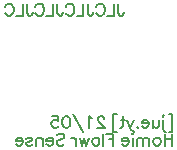
<source format=gbo>
%FSLAX46Y46*%
%MOMM*%
%ADD10C,0.150000*%
G01*
G01*
%LPD*%
D10*
X4714286Y13761905D02*
X4714286Y14523810D01*
D10*
X4761905Y13619048D02*
X4714286Y13761905D01*
D10*
X4809524Y13571429D02*
X4761905Y13619048D01*
D10*
X4904762Y13523810D02*
X4809524Y13571429D01*
D10*
X5000000Y13523810D02*
X4904762Y13523810D01*
D10*
X5095238Y13571429D02*
X5000000Y13523810D01*
D10*
X5142857Y13619048D02*
X5095238Y13571429D01*
D10*
X5190476Y13761905D02*
X5142857Y13619048D01*
D10*
X5190476Y13857143D02*
X5190476Y13761905D01*
D10*
X4333333Y13523810D02*
X4333333Y14523810D01*
D10*
X3761905Y13523810D02*
X4333333Y13523810D01*
D10*
X2904762Y14380952D02*
X2857142Y14285714D01*
D10*
X3000000Y14476190D02*
X2904762Y14380952D01*
D10*
X3095238Y14523810D02*
X3000000Y14476190D01*
D10*
X3285714Y14523810D02*
X3095238Y14523810D01*
D10*
X3380952Y14476190D02*
X3285714Y14523810D01*
D10*
X3476190Y14380952D02*
X3380952Y14476190D01*
D10*
X3523809Y14285714D02*
X3476190Y14380952D01*
D10*
X3571428Y14142857D02*
X3523809Y14285714D01*
D10*
X3571428Y13904762D02*
X3571428Y14142857D01*
D10*
X3523809Y13761905D02*
X3571428Y13904762D01*
D10*
X3476190Y13666667D02*
X3523809Y13761905D01*
D10*
X3380952Y13571429D02*
X3476190Y13666667D01*
D10*
X3285714Y13523810D02*
X3380952Y13571429D01*
D10*
X3095238Y13523810D02*
X3285714Y13523810D01*
D10*
X3000000Y13571429D02*
X3095238Y13523810D01*
D10*
X2904762Y13666667D02*
X3000000Y13571429D01*
D10*
X2857142Y13761905D02*
X2904762Y13666667D01*
D10*
X2142857Y13761905D02*
X2142857Y14523810D01*
D10*
X2190476Y13619048D02*
X2142857Y13761905D01*
D10*
X2238095Y13571429D02*
X2190476Y13619048D01*
D10*
X2333333Y13523810D02*
X2238095Y13571429D01*
D10*
X2428571Y13523810D02*
X2333333Y13523810D01*
D10*
X2523809Y13571429D02*
X2428571Y13523810D01*
D10*
X2571428Y13619048D02*
X2523809Y13571429D01*
D10*
X2619047Y13761905D02*
X2571428Y13619048D01*
D10*
X2619047Y13857143D02*
X2619047Y13761905D01*
D10*
X1761904Y13523810D02*
X1761904Y14523810D01*
D10*
X1190476Y13523810D02*
X1761904Y13523810D01*
D10*
X333333Y14380952D02*
X285714Y14285714D01*
D10*
X428571Y14476190D02*
X333333Y14380952D01*
D10*
X523809Y14523810D02*
X428571Y14476190D01*
D10*
X714285Y14523810D02*
X523809Y14523810D01*
D10*
X809523Y14476190D02*
X714285Y14523810D01*
D10*
X904762Y14380952D02*
X809523Y14476190D01*
D10*
X952381Y14285714D02*
X904762Y14380952D01*
D10*
X1000000Y14142857D02*
X952381Y14285714D01*
D10*
X1000000Y13904762D02*
X1000000Y14142857D01*
D10*
X952381Y13761905D02*
X1000000Y13904762D01*
D10*
X904762Y13666667D02*
X952381Y13761905D01*
D10*
X809523Y13571429D02*
X904762Y13666667D01*
D10*
X714285Y13523810D02*
X809523Y13571429D01*
D10*
X523809Y13523810D02*
X714285Y13523810D01*
D10*
X428571Y13571429D02*
X523809Y13523810D01*
D10*
X333333Y13666667D02*
X428571Y13571429D01*
D10*
X285714Y13761905D02*
X333333Y13666667D01*
D10*
X-428571Y13761905D02*
X-428571Y14523810D01*
D10*
X-380952Y13619048D02*
X-428571Y13761905D01*
D10*
X-333333Y13571429D02*
X-380952Y13619048D01*
D10*
X-238095Y13523810D02*
X-333333Y13571429D01*
D10*
X-142857Y13523810D02*
X-238095Y13523810D01*
D10*
X-47619Y13571429D02*
X-142857Y13523810D01*
D10*
X0Y13619048D02*
X-47619Y13571429D01*
D10*
X47619Y13761905D02*
X0Y13619048D01*
D10*
X47619Y13857143D02*
X47619Y13761905D01*
D10*
X-809524Y13523810D02*
X-809524Y14523810D01*
D10*
X-1380952Y13523810D02*
X-809524Y13523810D01*
D10*
X-2238095Y14380952D02*
X-2285714Y14285714D01*
D10*
X-2142857Y14476190D02*
X-2238095Y14380952D01*
D10*
X-2047619Y14523810D02*
X-2142857Y14476190D01*
D10*
X-1857143Y14523810D02*
X-2047619Y14523810D01*
D10*
X-1761904Y14476190D02*
X-1857143Y14523810D01*
D10*
X-1666666Y14380952D02*
X-1761904Y14476190D01*
D10*
X-1619047Y14285714D02*
X-1666666Y14380952D01*
D10*
X-1571428Y14142857D02*
X-1619047Y14285714D01*
D10*
X-1571428Y13904762D02*
X-1571428Y14142857D01*
D10*
X-1619047Y13761905D02*
X-1571428Y13904762D01*
D10*
X-1666666Y13666667D02*
X-1619047Y13761905D01*
D10*
X-1761904Y13571429D02*
X-1666666Y13666667D01*
D10*
X-1857143Y13523810D02*
X-1761904Y13571429D01*
D10*
X-2047619Y13523810D02*
X-1857143Y13523810D01*
D10*
X-2142857Y13571429D02*
X-2047619Y13523810D01*
D10*
X-2238095Y13666667D02*
X-2142857Y13571429D01*
D10*
X-2285714Y13761905D02*
X-2238095Y13666667D01*
D10*
X-3000000Y13761905D02*
X-3000000Y14523810D01*
D10*
X-2952381Y13619048D02*
X-3000000Y13761905D01*
D10*
X-2904762Y13571429D02*
X-2952381Y13619048D01*
D10*
X-2809523Y13523810D02*
X-2904762Y13571429D01*
D10*
X-2714285Y13523810D02*
X-2809523Y13523810D01*
D10*
X-2619047Y13571429D02*
X-2714285Y13523810D01*
D10*
X-2571428Y13619048D02*
X-2619047Y13571429D01*
D10*
X-2523809Y13761905D02*
X-2571428Y13619048D01*
D10*
X-2523809Y13857143D02*
X-2523809Y13761905D01*
D10*
X-3380952Y13523810D02*
X-3380952Y14523810D01*
D10*
X-3952381Y13523810D02*
X-3380952Y13523810D01*
D10*
X-4809524Y14380952D02*
X-4857143Y14285714D01*
D10*
X-4714285Y14476190D02*
X-4809524Y14380952D01*
D10*
X-4619047Y14523810D02*
X-4714285Y14476190D01*
D10*
X-4428571Y14523810D02*
X-4619047Y14523810D01*
D10*
X-4333333Y14476190D02*
X-4428571Y14523810D01*
D10*
X-4238095Y14380952D02*
X-4333333Y14476190D01*
D10*
X-4190476Y14285714D02*
X-4238095Y14380952D01*
D10*
X-4142857Y14142857D02*
X-4190476Y14285714D01*
D10*
X-4142857Y13904762D02*
X-4142857Y14142857D01*
D10*
X-4190476Y13761905D02*
X-4142857Y13904762D01*
D10*
X-4238095Y13666667D02*
X-4190476Y13761905D01*
D10*
X-4333333Y13571429D02*
X-4238095Y13666667D01*
D10*
X-4428571Y13523810D02*
X-4333333Y13571429D01*
D10*
X-4619047Y13523810D02*
X-4428571Y13523810D01*
D10*
X-4714285Y13571429D02*
X-4619047Y13523810D01*
D10*
X-4809524Y13666667D02*
X-4714285Y13571429D01*
D10*
X-4857143Y13761905D02*
X-4809524Y13666667D01*
D10*
X9309524Y3690476D02*
X9309524Y5214285D01*
D10*
X8976190Y5214285D02*
X9309524Y5214285D01*
D10*
X8976190Y3690476D02*
X9309524Y3690476D01*
D10*
X8547619Y4976190D02*
X8595238Y5023809D01*
D10*
X8500000Y5023809D02*
X8547619Y4976190D01*
D10*
X8547619Y5071428D02*
X8500000Y5023809D01*
D10*
X8595238Y5023809D02*
X8547619Y5071428D01*
D10*
X8547619Y3880952D02*
X8547619Y4690476D01*
D10*
X8595238Y3738095D02*
X8547619Y3880952D01*
D10*
X8690476Y3690476D02*
X8595238Y3738095D01*
D10*
X8785714Y3690476D02*
X8690476Y3690476D01*
D10*
X8166667Y4214285D02*
X8166667Y4690476D01*
D10*
X8119047Y4071428D02*
X8166667Y4214285D01*
D10*
X8023809Y4023809D02*
X8119047Y4071428D01*
D10*
X7880952Y4023809D02*
X8023809Y4023809D01*
D10*
X7785714Y4071428D02*
X7880952Y4023809D01*
D10*
X7642857Y4214285D02*
X7785714Y4071428D01*
D10*
X7642857Y4023809D02*
X7642857Y4690476D01*
D10*
X6738095Y4404762D02*
X7309524Y4404762D01*
D10*
X6738095Y4500000D02*
X6738095Y4404762D01*
D10*
X6785714Y4595238D02*
X6738095Y4500000D01*
D10*
X6833333Y4642857D02*
X6785714Y4595238D01*
D10*
X6928571Y4690476D02*
X6833333Y4642857D01*
D10*
X7071428Y4690476D02*
X6928571Y4690476D01*
D10*
X7166667Y4642857D02*
X7071428Y4690476D01*
D10*
X7261905Y4547619D02*
X7166667Y4642857D01*
D10*
X7309524Y4404762D02*
X7261905Y4547619D01*
D10*
X7309524Y4309524D02*
X7309524Y4404762D01*
D10*
X7261905Y4166666D02*
X7309524Y4309524D01*
D10*
X7166667Y4071428D02*
X7261905Y4166666D01*
D10*
X7071428Y4023809D02*
X7166667Y4071428D01*
D10*
X6928571Y4023809D02*
X7071428Y4023809D01*
D10*
X6833333Y4071428D02*
X6928571Y4023809D01*
D10*
X6738095Y4166666D02*
X6833333Y4071428D01*
D10*
X6404762Y4071428D02*
X6357143Y4119047D01*
D10*
X6357143Y4023809D02*
X6404762Y4071428D01*
D10*
X6309524Y4071428D02*
X6357143Y4023809D01*
D10*
X6357143Y4119047D02*
X6309524Y4071428D01*
D10*
X5738095Y4023809D02*
X6023809Y4690476D01*
D10*
X5738095Y4023809D02*
X5452381Y4690476D01*
D10*
X5833333Y3833333D02*
X5738095Y4023809D01*
D10*
X5928571Y3738095D02*
X5833333Y3833333D01*
D10*
X6023809Y3690476D02*
X5928571Y3738095D01*
D10*
X6071428Y3690476D02*
X6023809Y3690476D01*
D10*
X5119047Y4214285D02*
X5119047Y5023809D01*
D10*
X5071428Y4071428D02*
X5119047Y4214285D01*
D10*
X4976190Y4023809D02*
X5071428Y4071428D01*
D10*
X4880952Y4023809D02*
X4976190Y4023809D01*
D10*
X4928571Y4690476D02*
X5261905Y4690476D01*
D10*
X4309524Y3690476D02*
X4309524Y5214285D01*
D10*
X4309524Y5214285D02*
X4642857Y5214285D01*
D10*
X4309524Y3690476D02*
X4642857Y3690476D01*
D10*
X3547619Y4833333D02*
X3547619Y4785714D01*
D10*
X3500000Y4928571D02*
X3547619Y4833333D01*
D10*
X3452381Y4976190D02*
X3500000Y4928571D01*
D10*
X3357143Y5023809D02*
X3452381Y4976190D01*
D10*
X3166667Y5023809D02*
X3357143Y5023809D01*
D10*
X3071428Y4976190D02*
X3166667Y5023809D01*
D10*
X3023809Y4928571D02*
X3071428Y4976190D01*
D10*
X2976190Y4833333D02*
X3023809Y4928571D01*
D10*
X2976190Y4738095D02*
X2976190Y4833333D01*
D10*
X3023809Y4642857D02*
X2976190Y4738095D01*
D10*
X3119047Y4500000D02*
X3023809Y4642857D01*
D10*
X3595238Y4023809D02*
X3119047Y4500000D01*
D10*
X2928571Y4023809D02*
X3595238Y4023809D01*
D10*
X2404762Y4880952D02*
X2500000Y4833333D01*
D10*
X2261905Y5023809D02*
X2404762Y4880952D01*
D10*
X2261905Y4023809D02*
X2261905Y5023809D01*
D10*
X1738095Y3690476D02*
X880953Y5214285D01*
D10*
X500000Y4976190D02*
X357143Y5023809D01*
D10*
X595238Y4833333D02*
X500000Y4976190D01*
D10*
X642857Y4595238D02*
X595238Y4833333D01*
D10*
X642857Y4452381D02*
X642857Y4595238D01*
D10*
X595238Y4214285D02*
X642857Y4452381D01*
D10*
X500000Y4071428D02*
X595238Y4214285D01*
D10*
X357143Y4023809D02*
X500000Y4071428D01*
D10*
X261905Y4023809D02*
X357143Y4023809D01*
D10*
X119048Y4071428D02*
X261905Y4023809D01*
D10*
X23810Y4214285D02*
X119048Y4071428D01*
D10*
X-23809Y4452381D02*
X23810Y4214285D01*
D10*
X-23809Y4595238D02*
X-23809Y4452381D01*
D10*
X23810Y4833333D02*
X-23809Y4595238D01*
D10*
X119048Y4976190D02*
X23810Y4833333D01*
D10*
X261905Y5023809D02*
X119048Y4976190D01*
D10*
X357143Y5023809D02*
X261905Y5023809D01*
D10*
X-404762Y5023809D02*
X-880952Y5023809D01*
D10*
X-357143Y4595238D02*
X-404762Y5023809D01*
D10*
X-404762Y4642857D02*
X-357143Y4595238D01*
D10*
X-547619Y4690476D02*
X-404762Y4642857D01*
D10*
X-690476Y4690476D02*
X-547619Y4690476D01*
D10*
X-833333Y4642857D02*
X-690476Y4690476D01*
D10*
X-928571Y4547619D02*
X-833333Y4642857D01*
D10*
X-976190Y4404762D02*
X-928571Y4547619D01*
D10*
X-976190Y4309524D02*
X-976190Y4404762D01*
D10*
X-928571Y4166666D02*
X-976190Y4309524D01*
D10*
X-833333Y4071428D02*
X-928571Y4166666D01*
D10*
X-690476Y4023809D02*
X-833333Y4071428D01*
D10*
X-547619Y4023809D02*
X-690476Y4023809D01*
D10*
X-404762Y4071428D02*
X-547619Y4023809D01*
D10*
X-357143Y4119047D02*
X-404762Y4071428D01*
D10*
X-309524Y4214285D02*
X-357143Y4119047D01*
D10*
X9309524Y2523809D02*
X9309524Y3523809D01*
D10*
X8642857Y2523809D02*
X8642857Y3523809D01*
D10*
X8642857Y3047619D02*
X9309524Y3047619D01*
D10*
X8166667Y3142857D02*
X8071428Y3190476D01*
D10*
X8261905Y3047619D02*
X8166667Y3142857D01*
D10*
X8309524Y2904762D02*
X8261905Y3047619D01*
D10*
X8309524Y2809523D02*
X8309524Y2904762D01*
D10*
X8261905Y2666666D02*
X8309524Y2809523D01*
D10*
X8166667Y2571428D02*
X8261905Y2666666D01*
D10*
X8071428Y2523809D02*
X8166667Y2571428D01*
D10*
X7928571Y2523809D02*
X8071428Y2523809D01*
D10*
X7833333Y2571428D02*
X7928571Y2523809D01*
D10*
X7738095Y2666666D02*
X7833333Y2571428D01*
D10*
X7690476Y2809523D02*
X7738095Y2666666D01*
D10*
X7690476Y2904762D02*
X7690476Y2809523D01*
D10*
X7738095Y3047619D02*
X7690476Y2904762D01*
D10*
X7833333Y3142857D02*
X7738095Y3047619D01*
D10*
X7928571Y3190476D02*
X7833333Y3142857D01*
D10*
X8071428Y3190476D02*
X7928571Y3190476D01*
D10*
X7357143Y2523809D02*
X7357143Y3190476D01*
D10*
X7214286Y3142857D02*
X7357143Y3000000D01*
D10*
X7119048Y3190476D02*
X7214286Y3142857D01*
D10*
X6976190Y3190476D02*
X7119048Y3190476D01*
D10*
X6880952Y3142857D02*
X6976190Y3190476D01*
D10*
X6833333Y3000000D02*
X6880952Y3142857D01*
D10*
X6833333Y2523809D02*
X6833333Y3000000D01*
D10*
X6690476Y3142857D02*
X6833333Y3000000D01*
D10*
X6595238Y3190476D02*
X6690476Y3142857D01*
D10*
X6452381Y3190476D02*
X6595238Y3190476D01*
D10*
X6357143Y3142857D02*
X6452381Y3190476D01*
D10*
X6309524Y3000000D02*
X6357143Y3142857D01*
D10*
X6309524Y2523809D02*
X6309524Y3000000D01*
D10*
X5928571Y3476190D02*
X5976190Y3523809D01*
D10*
X5880952Y3523809D02*
X5928571Y3476190D01*
D10*
X5928571Y3571428D02*
X5880952Y3523809D01*
D10*
X5976190Y3523809D02*
X5928571Y3571428D01*
D10*
X5928571Y2523809D02*
X5928571Y3190476D01*
D10*
X5023809Y2904762D02*
X5595238Y2904762D01*
D10*
X5023809Y3000000D02*
X5023809Y2904762D01*
D10*
X5071428Y3095238D02*
X5023809Y3000000D01*
D10*
X5119047Y3142857D02*
X5071428Y3095238D01*
D10*
X5214286Y3190476D02*
X5119047Y3142857D01*
D10*
X5357143Y3190476D02*
X5214286Y3190476D01*
D10*
X5452381Y3142857D02*
X5357143Y3190476D01*
D10*
X5547619Y3047619D02*
X5452381Y3142857D01*
D10*
X5595238Y2904762D02*
X5547619Y3047619D01*
D10*
X5595238Y2809523D02*
X5595238Y2904762D01*
D10*
X5547619Y2666666D02*
X5595238Y2809523D01*
D10*
X5452381Y2571428D02*
X5547619Y2666666D01*
D10*
X5357143Y2523809D02*
X5452381Y2571428D01*
D10*
X5214286Y2523809D02*
X5357143Y2523809D01*
D10*
X5119047Y2571428D02*
X5214286Y2523809D01*
D10*
X5023809Y2666666D02*
X5119047Y2571428D01*
D10*
X4309524Y2523809D02*
X4309524Y3523809D01*
D10*
X3690476Y3523809D02*
X4309524Y3523809D01*
D10*
X3928571Y3047619D02*
X4309524Y3047619D01*
D10*
X3452381Y2523809D02*
X3452381Y3523809D01*
D10*
X2976190Y3142857D02*
X2880952Y3190476D01*
D10*
X3071428Y3047619D02*
X2976190Y3142857D01*
D10*
X3119047Y2904762D02*
X3071428Y3047619D01*
D10*
X3119047Y2809523D02*
X3119047Y2904762D01*
D10*
X3071428Y2666666D02*
X3119047Y2809523D01*
D10*
X2976190Y2571428D02*
X3071428Y2666666D01*
D10*
X2880952Y2523809D02*
X2976190Y2571428D01*
D10*
X2738095Y2523809D02*
X2880952Y2523809D01*
D10*
X2642857Y2571428D02*
X2738095Y2523809D01*
D10*
X2547619Y2666666D02*
X2642857Y2571428D01*
D10*
X2500000Y2809523D02*
X2547619Y2666666D01*
D10*
X2500000Y2904762D02*
X2500000Y2809523D01*
D10*
X2547619Y3047619D02*
X2500000Y2904762D01*
D10*
X2642857Y3142857D02*
X2547619Y3047619D01*
D10*
X2738095Y3190476D02*
X2642857Y3142857D01*
D10*
X2880952Y3190476D02*
X2738095Y3190476D01*
D10*
X2023809Y2523809D02*
X2214286Y3190476D01*
D10*
X2023809Y2523809D02*
X1833333Y3190476D01*
D10*
X1642857Y2523809D02*
X1833333Y3190476D01*
D10*
X1642857Y2523809D02*
X1452381Y3190476D01*
D10*
X1119048Y2523809D02*
X1119048Y3190476D01*
D10*
X1071429Y3047619D02*
X1119048Y2904762D01*
D10*
X976191Y3142857D02*
X1071429Y3047619D01*
D10*
X880953Y3190476D02*
X976191Y3142857D01*
D10*
X738095Y3190476D02*
X880953Y3190476D01*
D10*
X-404762Y3476190D02*
X-500000Y3380952D01*
D10*
X-261905Y3523809D02*
X-404762Y3476190D01*
D10*
X-71428Y3523809D02*
X-261905Y3523809D01*
D10*
X71429Y3476190D02*
X-71428Y3523809D01*
D10*
X166667Y3380952D02*
X71429Y3476190D01*
D10*
X166667Y3285714D02*
X166667Y3380952D01*
D10*
X119048Y3190476D02*
X166667Y3285714D01*
D10*
X71429Y3142857D02*
X119048Y3190476D01*
D10*
X-23809Y3095238D02*
X71429Y3142857D01*
D10*
X-309524Y3000000D02*
X-23809Y3095238D01*
D10*
X-404762Y2952381D02*
X-309524Y3000000D01*
D10*
X-452381Y2904762D02*
X-404762Y2952381D01*
D10*
X-500000Y2809523D02*
X-452381Y2904762D01*
D10*
X-500000Y2666666D02*
X-500000Y2809523D01*
D10*
X-404762Y2571428D02*
X-500000Y2666666D01*
D10*
X-261905Y2523809D02*
X-404762Y2571428D01*
D10*
X-71428Y2523809D02*
X-261905Y2523809D01*
D10*
X71429Y2571428D02*
X-71428Y2523809D01*
D10*
X166667Y2666666D02*
X71429Y2571428D01*
D10*
X-1357143Y2904762D02*
X-785714Y2904762D01*
D10*
X-1357143Y3000000D02*
X-1357143Y2904762D01*
D10*
X-1309524Y3095238D02*
X-1357143Y3000000D01*
D10*
X-1261905Y3142857D02*
X-1309524Y3095238D01*
D10*
X-1166666Y3190476D02*
X-1261905Y3142857D01*
D10*
X-1023809Y3190476D02*
X-1166666Y3190476D01*
D10*
X-928571Y3142857D02*
X-1023809Y3190476D01*
D10*
X-833333Y3047619D02*
X-928571Y3142857D01*
D10*
X-785714Y2904762D02*
X-833333Y3047619D01*
D10*
X-785714Y2809523D02*
X-785714Y2904762D01*
D10*
X-833333Y2666666D02*
X-785714Y2809523D01*
D10*
X-928571Y2571428D02*
X-833333Y2666666D01*
D10*
X-1023809Y2523809D02*
X-928571Y2571428D01*
D10*
X-1166666Y2523809D02*
X-1023809Y2523809D01*
D10*
X-1261905Y2571428D02*
X-1166666Y2523809D01*
D10*
X-1357143Y2666666D02*
X-1261905Y2571428D01*
D10*
X-1690476Y2523809D02*
X-1690476Y3190476D01*
D10*
X-1833333Y3142857D02*
X-1690476Y3000000D01*
D10*
X-1928571Y3190476D02*
X-1833333Y3142857D01*
D10*
X-2071428Y3190476D02*
X-1928571Y3190476D01*
D10*
X-2166666Y3142857D02*
X-2071428Y3190476D01*
D10*
X-2214286Y3000000D02*
X-2166666Y3142857D01*
D10*
X-2214286Y2523809D02*
X-2214286Y3000000D01*
D10*
X-3023809Y3142857D02*
X-3071428Y3047619D01*
D10*
X-2880952Y3190476D02*
X-3023809Y3142857D01*
D10*
X-2738095Y3190476D02*
X-2880952Y3190476D01*
D10*
X-2595238Y3142857D02*
X-2738095Y3190476D01*
D10*
X-2547619Y3047619D02*
X-2595238Y3142857D01*
D10*
X-2595238Y2952381D02*
X-2547619Y3047619D01*
D10*
X-2690476Y2904762D02*
X-2595238Y2952381D01*
D10*
X-2928571Y2857142D02*
X-2690476Y2904762D01*
D10*
X-3023809Y2809523D02*
X-2928571Y2857142D01*
D10*
X-3071428Y2714285D02*
X-3023809Y2809523D01*
D10*
X-3071428Y2666666D02*
X-3071428Y2714285D01*
D10*
X-3023809Y2571428D02*
X-3071428Y2666666D01*
D10*
X-2880952Y2523809D02*
X-3023809Y2571428D01*
D10*
X-2738095Y2523809D02*
X-2880952Y2523809D01*
D10*
X-2595238Y2571428D02*
X-2738095Y2523809D01*
D10*
X-2547619Y2666666D02*
X-2595238Y2571428D01*
D10*
X-3928571Y2904762D02*
X-3357143Y2904762D01*
D10*
X-3928571Y3000000D02*
X-3928571Y2904762D01*
D10*
X-3880952Y3095238D02*
X-3928571Y3000000D01*
D10*
X-3833333Y3142857D02*
X-3880952Y3095238D01*
D10*
X-3738095Y3190476D02*
X-3833333Y3142857D01*
D10*
X-3595238Y3190476D02*
X-3738095Y3190476D01*
D10*
X-3500000Y3142857D02*
X-3595238Y3190476D01*
D10*
X-3404762Y3047619D02*
X-3500000Y3142857D01*
D10*
X-3357143Y2904762D02*
X-3404762Y3047619D01*
D10*
X-3357143Y2809523D02*
X-3357143Y2904762D01*
D10*
X-3404762Y2666666D02*
X-3357143Y2809523D01*
D10*
X-3500000Y2571428D02*
X-3404762Y2666666D01*
D10*
X-3595238Y2523809D02*
X-3500000Y2571428D01*
D10*
X-3738095Y2523809D02*
X-3595238Y2523809D01*
D10*
X-3833333Y2571428D02*
X-3738095Y2523809D01*
D10*
X-3928571Y2666666D02*
X-3833333Y2571428D01*
G75*
M02*

</source>
